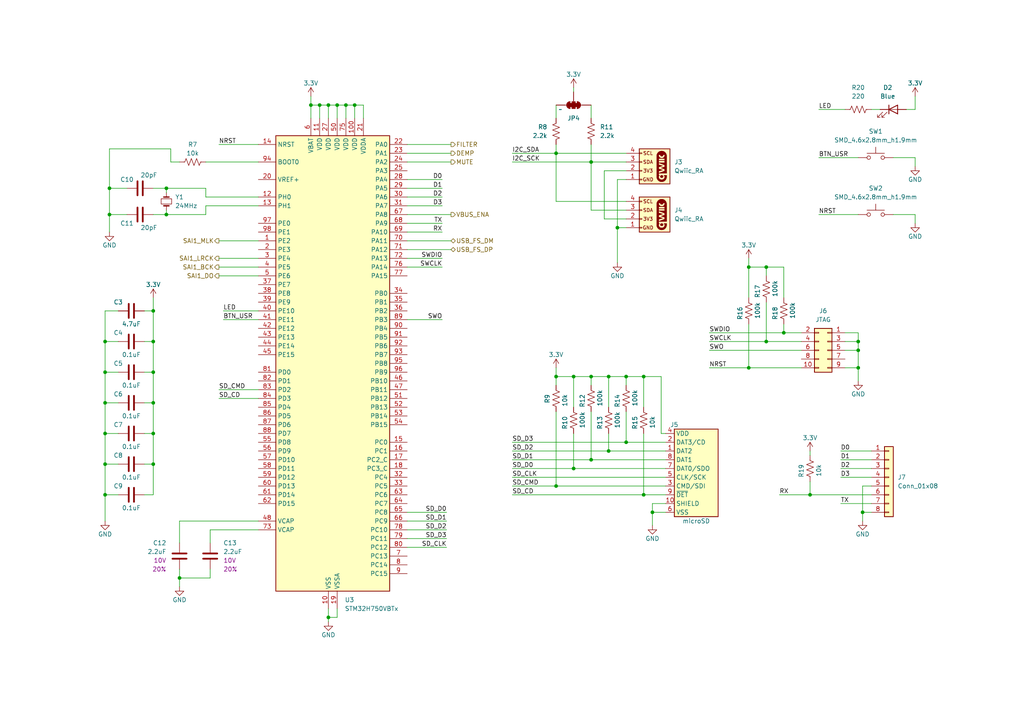
<source format=kicad_sch>
(kicad_sch (version 20230121) (generator eeschema)
  (paper "A4")
  (title_block (title "WAV Trigger Pro") (rev "1.0") (company "Robertsonics / SparkFun"))
  (lib_symbols
    (symbol "Connector_Generic:Conn_02x05_Odd_Even" (pin_names (offset 1.016) hide)
      (property "Reference" "J" (at 1.27 7.62 0))
      (property "Value" "Conn_02x05_Odd_Even" (at 1.27 -7.62 0))
      (symbol "Conn_02x05_Odd_Even_1_1"
        (pin passive line (at -5.08 5.08 0) (length 3.81) (name "Pin_1") (number "1"))
        (pin passive line (at 7.62 -5.08 180) (length 3.81) (name "Pin_10") (number "10"))
        (pin passive line (at 7.62 5.08 180) (length 3.81) (name "Pin_2") (number "2"))
        (pin passive line (at -5.08 2.54 0) (length 3.81) (name "Pin_3") (number "3"))
        (pin passive line (at 7.62 2.54 180) (length 3.81) (name "Pin_4") (number "4"))
        (pin passive line (at -5.08 0 0) (length 3.81) (name "Pin_5") (number "5"))
        (pin passive line (at 7.62 0 180) (length 3.81) (name "Pin_6") (number "6"))
        (pin passive line (at -5.08 -2.54 0) (length 3.81) (name "Pin_7") (number "7"))
        (pin passive line (at 7.62 -2.54 180) (length 3.81) (name "Pin_8") (number "8"))
        (pin passive line (at -5.08 -5.08 0) (length 3.81) (name "Pin_9") (number "9"))
      )
    )
    (symbol "Device:C" (pin_numbers hide) (pin_names (offset 0.254))
      (property "Reference" "C" (at 0.635 2.54 0))
      (property "Value" "C" (at 0.635 -2.54 0))
      (symbol "C_1_1"
        (pin passive line (at 0 3.81 270) (length 2.794) (name "~") (number "1"))
        (pin passive line (at 0 -3.81 90) (length 2.794) (name "~") (number "2"))
      )
    )
    (symbol "MCU_ST_STM32H7:STM32H750VBTx"
      (property "Reference" "U" (at -15.24 67.31 0))
      (property "Value" "STM32H750VBTx" (at 12.7 67.31 0))
      (symbol "STM32H750VBTx_1_1"
        (pin bidirectional line (at -20.32 35.56 0) (length 5.08) (name "PE2") (number "1"))
        (pin power_in line (at 0 -71.12 90) (length 5.08) (name "VSS") (number "10"))
        (pin power_in line (at 7.62 71.12 270) (length 5.08) (name "VDD") (number "100"))
        (pin power_in line (at -2.54 71.12 270) (length 5.08) (name "VDD") (number "11"))
        (pin bidirectional line (at -20.32 48.26 0) (length 5.08) (name "PH0") (number "12"))
        (pin bidirectional line (at -20.32 45.72 0) (length 5.08) (name "PH1") (number "13"))
        (pin input line (at -20.32 63.5 0) (length 5.08) (name "NRST") (number "14"))
        (pin bidirectional line (at 22.86 -22.86 180) (length 5.08) (name "PC0") (number "15"))
        (pin bidirectional line (at 22.86 -25.4 180) (length 5.08) (name "PC1") (number "16"))
        (pin bidirectional line (at 22.86 -27.94 180) (length 5.08) (name "PC2_C") (number "17"))
        (pin bidirectional line (at 22.86 -30.48 180) (length 5.08) (name "PC3_C") (number "18"))
        (pin power_in line (at 2.54 -71.12 90) (length 5.08) (name "VSSA") (number "19"))
        (pin bidirectional line (at -20.32 33.02 0) (length 5.08) (name "PE3") (number "2"))
        (pin input line (at -20.32 53.34 0) (length 5.08) (name "VREF+") (number "20"))
        (pin power_in line (at 10.16 71.12 270) (length 5.08) (name "VDDA") (number "21"))
        (pin bidirectional line (at 22.86 63.5 180) (length 5.08) (name "PA0") (number "22"))
        (pin bidirectional line (at 22.86 60.96 180) (length 5.08) (name "PA1") (number "23"))
        (pin bidirectional line (at 22.86 58.42 180) (length 5.08) (name "PA2") (number "24"))
        (pin bidirectional line (at 22.86 55.88 180) (length 5.08) (name "PA3") (number "25"))
        (pin passive line (at 0 -71.12 90) (length 5.08) hide (name "VSS") (number "26"))
        (pin power_in line (at 0 71.12 270) (length 5.08) (name "VDD") (number "27"))
        (pin bidirectional line (at 22.86 53.34 180) (length 5.08) (name "PA4") (number "28"))
        (pin bidirectional line (at 22.86 50.8 180) (length 5.08) (name "PA5") (number "29"))
        (pin bidirectional line (at -20.32 30.48 0) (length 5.08) (name "PE4") (number "3"))
        (pin bidirectional line (at 22.86 48.26 180) (length 5.08) (name "PA6") (number "30"))
        (pin bidirectional line (at 22.86 45.72 180) (length 5.08) (name "PA7") (number "31"))
        (pin bidirectional line (at 22.86 -33.02 180) (length 5.08) (name "PC4") (number "32"))
        (pin bidirectional line (at 22.86 -35.56 180) (length 5.08) (name "PC5") (number "33"))
        (pin bidirectional line (at 22.86 20.32 180) (length 5.08) (name "PB0") (number "34"))
        (pin bidirectional line (at 22.86 17.78 180) (length 5.08) (name "PB1") (number "35"))
        (pin bidirectional line (at 22.86 15.24 180) (length 5.08) (name "PB2") (number "36"))
        (pin bidirectional line (at -20.32 22.86 0) (length 5.08) (name "PE7") (number "37"))
        (pin bidirectional line (at -20.32 20.32 0) (length 5.08) (name "PE8") (number "38"))
        (pin bidirectional line (at -20.32 17.78 0) (length 5.08) (name "PE9") (number "39"))
        (pin bidirectional line (at -20.32 27.94 0) (length 5.08) (name "PE5") (number "4"))
        (pin bidirectional line (at -20.32 15.24 0) (length 5.08) (name "PE10") (number "40"))
        (pin bidirectional line (at -20.32 12.7 0) (length 5.08) (name "PE11") (number "41"))
        (pin bidirectional line (at -20.32 10.16 0) (length 5.08) (name "PE12") (number "42"))
        (pin bidirectional line (at -20.32 7.62 0) (length 5.08) (name "PE13") (number "43"))
        (pin bidirectional line (at -20.32 5.08 0) (length 5.08) (name "PE14") (number "44"))
        (pin bidirectional line (at -20.32 2.54 0) (length 5.08) (name "PE15") (number "45"))
        (pin bidirectional line (at 22.86 -5.08 180) (length 5.08) (name "PB10") (number "46"))
        (pin bidirectional line (at 22.86 -7.62 180) (length 5.08) (name "PB11") (number "47"))
        (pin power_out line (at -20.32 -45.72 0) (length 5.08) (name "VCAP") (number "48"))
        (pin passive line (at 0 -71.12 90) (length 5.08) hide (name "VSS") (number "49"))
        (pin bidirectional line (at -20.32 25.4 0) (length 5.08) (name "PE6") (number "5"))
        (pin power_in line (at 2.54 71.12 270) (length 5.08) (name "VDD") (number "50"))
        (pin bidirectional line (at 22.86 -10.16 180) (length 5.08) (name "PB12") (number "51"))
        (pin bidirectional line (at 22.86 -12.7 180) (length 5.08) (name "PB13") (number "52"))
        (pin bidirectional line (at 22.86 -15.24 180) (length 5.08) (name "PB14") (number "53"))
        (pin bidirectional line (at 22.86 -17.78 180) (length 5.08) (name "PB15") (number "54"))
        (pin bidirectional line (at -20.32 -22.86 0) (length 5.08) (name "PD8") (number "55"))
        (pin bidirectional line (at -20.32 -25.4 0) (length 5.08) (name "PD9") (number "56"))
        (pin bidirectional line (at -20.32 -27.94 0) (length 5.08) (name "PD10") (number "57"))
        (pin bidirectional line (at -20.32 -30.48 0) (length 5.08) (name "PD11") (number "58"))
        (pin bidirectional line (at -20.32 -33.02 0) (length 5.08) (name "PD12") (number "59"))
        (pin power_in line (at -5.08 71.12 270) (length 5.08) (name "VBAT") (number "6"))
        (pin bidirectional line (at -20.32 -35.56 0) (length 5.08) (name "PD13") (number "60"))
        (pin bidirectional line (at -20.32 -38.1 0) (length 5.08) (name "PD14") (number "61"))
        (pin bidirectional line (at -20.32 -40.64 0) (length 5.08) (name "PD15") (number "62"))
        (pin bidirectional line (at 22.86 -38.1 180) (length 5.08) (name "PC6") (number "63"))
        (pin bidirectional line (at 22.86 -40.64 180) (length 5.08) (name "PC7") (number "64"))
        (pin bidirectional line (at 22.86 -43.18 180) (length 5.08) (name "PC8") (number "65"))
        (pin bidirectional line (at 22.86 -45.72 180) (length 5.08) (name "PC9") (number "66"))
        (pin bidirectional line (at 22.86 43.18 180) (length 5.08) (name "PA8") (number "67"))
        (pin bidirectional line (at 22.86 40.64 180) (length 5.08) (name "PA9") (number "68"))
        (pin bidirectional line (at 22.86 38.1 180) (length 5.08) (name "PA10") (number "69"))
        (pin bidirectional line (at 22.86 -55.88 180) (length 5.08) (name "PC13") (number "7"))
        (pin bidirectional line (at 22.86 35.56 180) (length 5.08) (name "PA11") (number "70"))
        (pin bidirectional line (at 22.86 33.02 180) (length 5.08) (name "PA12") (number "71"))
        (pin bidirectional line (at 22.86 30.48 180) (length 5.08) (name "PA13") (number "72"))
        (pin power_out line (at -20.32 -48.26 0) (length 5.08) (name "VCAP") (number "73"))
        (pin passive line (at 0 -71.12 90) (length 5.08) hide (name "VSS") (number "74"))
        (pin power_in line (at 5.08 71.12 270) (length 5.08) (name "VDD") (number "75"))
        (pin bidirectional line (at 22.86 27.94 180) (length 5.08) (name "PA14") (number "76"))
        (pin bidirectional line (at 22.86 25.4 180) (length 5.08) (name "PA15") (number "77"))
        (pin bidirectional line (at 22.86 -48.26 180) (length 5.08) (name "PC10") (number "78"))
        (pin bidirectional line (at 22.86 -50.8 180) (length 5.08) (name "PC11") (number "79"))
        (pin bidirectional line (at 22.86 -58.42 180) (length 5.08) (name "PC14") (number "8"))
        (pin bidirectional line (at 22.86 -53.34 180) (length 5.08) (name "PC12") (number "80"))
        (pin bidirectional line (at -20.32 -2.54 0) (length 5.08) (name "PD0") (number "81"))
        (pin bidirectional line (at -20.32 -5.08 0) (length 5.08) (name "PD1") (number "82"))
        (pin bidirectional line (at -20.32 -7.62 0) (length 5.08) (name "PD2") (number "83"))
        (pin bidirectional line (at -20.32 -10.16 0) (length 5.08) (name "PD3") (number "84"))
        (pin bidirectional line (at -20.32 -12.7 0) (length 5.08) (name "PD4") (number "85"))
        (pin bidirectional line (at -20.32 -15.24 0) (length 5.08) (name "PD5") (number "86"))
        (pin bidirectional line (at -20.32 -17.78 0) (length 5.08) (name "PD6") (number "87"))
        (pin bidirectional line (at -20.32 -20.32 0) (length 5.08) (name "PD7") (number "88"))
        (pin bidirectional line (at 22.86 12.7 180) (length 5.08) (name "PB3") (number "89"))
        (pin bidirectional line (at 22.86 -60.96 180) (length 5.08) (name "PC15") (number "9"))
        (pin bidirectional line (at 22.86 10.16 180) (length 5.08) (name "PB4") (number "90"))
        (pin bidirectional line (at 22.86 7.62 180) (length 5.08) (name "PB5") (number "91"))
        (pin bidirectional line (at 22.86 5.08 180) (length 5.08) (name "PB6") (number "92"))
        (pin bidirectional line (at 22.86 2.54 180) (length 5.08) (name "PB7") (number "93"))
        (pin input line (at -20.32 58.42 0) (length 5.08) (name "BOOT0") (number "94"))
        (pin bidirectional line (at 22.86 0 180) (length 5.08) (name "PB8") (number "95"))
        (pin bidirectional line (at 22.86 -2.54 180) (length 5.08) (name "PB9") (number "96"))
        (pin bidirectional line (at -20.32 40.64 0) (length 5.08) (name "PE0") (number "97"))
        (pin bidirectional line (at -20.32 38.1 0) (length 5.08) (name "PE1") (number "98"))
        (pin passive line (at 0 -71.12 90) (length 5.08) hide (name "VSS") (number "99"))
      )
    )
    (symbol "SparkFun-Capacitor:2.2uF_0603_10V_20%" (pin_numbers hide) (pin_names (offset 0.254))
      (property "Reference" "C" (at 0.635 2.54 0))
      (property "Value" "2.2uF" (at 0.635 -2.54 0))
      (property "Voltage" "10V" (at 0 -6.35 0))
      (property "Tolerance" "20%" (at 0 -8.89 0))
      (symbol "2.2uF_0603_10V_20%_1_1"
        (pin passive line (at 0 3.81 270) (length 2.794) (name "~") (number "1"))
        (pin passive line (at 0 -3.81 90) (length 2.794) (name "~") (number "2"))
      )
    )
    (symbol "SparkFun-Clock:Crystal_24MHz_2.0x1.6mm" (pin_numbers hide) (pin_names (offset 1.016) hide)
      (property "Reference" "Y" (at 0 2.54 0))
      (property "Value" "24MHz" (at 0 -2.54 0))
      (symbol "Crystal_24MHz_2.0x1.6mm_1_1"
        (pin passive line (at -2.54 0 0) (length 1.27) (name "1") (number "1"))
        (pin passive line (at 2.54 0 180) (length 1.27) (name "2") (number "2"))
      )
    )
    (symbol "SparkFun-Connector:Conn_01x08" (pin_names (offset 1.016) hide)
      (property "Reference" "J" (at 0 10.16 0))
      (property "Value" "Conn_01x08" (at 0 -12.7 0))
      (symbol "Conn_01x08_1_1"
        (pin passive line (at -5.08 7.62 0) (length 3.81) (name "Pin_1") (number "1"))
        (pin passive line (at -5.08 5.08 0) (length 3.81) (name "Pin_2") (number "2"))
        (pin passive line (at -5.08 2.54 0) (length 3.81) (name "Pin_3") (number "3"))
        (pin passive line (at -5.08 0 0) (length 3.81) (name "Pin_4") (number "4"))
        (pin passive line (at -5.08 -2.54 0) (length 3.81) (name "Pin_5") (number "5"))
        (pin passive line (at -5.08 -5.08 0) (length 3.81) (name "Pin_6") (number "6"))
        (pin passive line (at -5.08 -7.62 0) (length 3.81) (name "Pin_7") (number "7"))
        (pin passive line (at -5.08 -10.16 0) (length 3.81) (name "Pin_8") (number "8"))
      )
    )
    (symbol "SparkFun-Connector:Qwiic_Right_Angle" (pin_names (offset 1.016) hide)
      (property "Reference" "J" (at 0 5.08 0))
      (property "Value" "Qwiic_RA" (at 0 -7.62 0))
      (symbol "Qwiic_Right_Angle_1_1"
        (text "3V3" (at 1.27 -2.54 0) (effects (font (size 1 1))))
        (text "GND" (at 1.27 -5.08 0) (effects (font (size 1 1))))
        (text "SCL" (at 1.27 2.54 0) (effects (font (size 1 1))))
        (text "SDA" (at 1.27 0 0) (effects (font (size 1 1))))
        (pin passive line (at -5.08 -5.08 0) (length 3.81) (name "Pin_1") (number "1"))
        (pin passive line (at -5.08 -2.54 0) (length 3.81) (name "Pin_2") (number "2"))
        (pin passive line (at -5.08 0 0) (length 3.81) (name "Pin_3") (number "3"))
        (pin passive line (at -5.08 2.54 0) (length 3.81) (name "Pin_4") (number "4"))
        (pin no_connect line (at 2.54 3.81 270) (length 2.54) hide (name "NC") (number "NC1"))
        (pin no_connect line (at 2.54 3.81 270) (length 2.54) hide (name "NC") (number "NC2"))
      )
    )
    (symbol "SparkFun-Connector:microSD_PushPush"
      (property "Reference" "J" (at -6.35 15.24 0))
      (property "Value" "microSD" (at 0 -12.7 0))
      (symbol "microSD_PushPush_1_1"
        (pin bidirectional line (at -8.89 7.62 0) (length 2.54) (name "DAT2") (number "1"))
        (pin passive line (at -8.89 -7.62 0) (length 2.54) (name "SHIELD") (number "10"))
        (pin bidirectional line (at -8.89 10.16 0) (length 2.54) (name "DAT3/CD") (number "2"))
        (pin input line (at -8.89 -2.54 0) (length 2.54) (name "CMD/SDI") (number "3"))
        (pin power_in line (at -8.89 12.7 0) (length 2.54) (name "VDD") (number "4"))
        (pin input line (at -8.89 0 0) (length 2.54) (name "CLK/SCK") (number "5"))
        (pin power_in line (at -8.89 -10.16 0) (length 2.54) (name "VSS") (number "6"))
        (pin bidirectional line (at -8.89 2.54 0) (length 2.54) (name "DAT0/SDO") (number "7"))
        (pin bidirectional line (at -8.89 5.08 0) (length 2.54) (name "DAT1") (number "8"))
        (pin passive line (at -8.89 -5.08 0) (length 2.54) (name "~{DET}") (number "9"))
      )
    )
    (symbol "SparkFun-Jumper:SolderJumper_3_Bridged123" (pin_numbers hide) (pin_names (offset 0) hide)
      (property "Reference" "JP" (at 0 2.54 0))
      (property "Value" "~" (at 3.81 1.27 0))
      (symbol "SolderJumper_3_Bridged123_1_1"
        (pin passive line (at -5.08 0 0) (length 2.54) (name "A") (number "1"))
        (pin passive line (at 0 -3.81 90) (length 2.54) (name "C") (number "2"))
        (pin passive line (at 5.08 0 180) (length 2.54) (name "B") (number "3"))
      )
    )
    (symbol "SparkFun-LED:LED_Blue_0603" (pin_numbers hide) (pin_names (offset 1.016) hide)
      (property "Reference" "D" (at 0 2.54 0))
      (property "Value" "Blue" (at 0 -2.54 0))
      (symbol "LED_Blue_0603_1_1"
        (pin passive line (at -3.81 0 0) (length 2.54) (name "K") (number "1"))
        (pin passive line (at 3.81 0 180) (length 2.54) (name "A") (number "2"))
      )
    )
    (symbol "SparkFun-PowerSymbol:3.3V" (power) (pin_names (offset 0))
      (property "Value" "3.3V" (at 0 3.81 0))
      (symbol "3.3V_1_1"
        (pin power_in line (at 0 0 90) (length 0) hide (name "3.3V") (number "1"))
      )
    )
    (symbol "SparkFun-PowerSymbol:GND" (power) (pin_names (offset 0))
      (property "Value" "GND" (at 0 -3.81 0))
      (symbol "GND_1_1"
        (pin power_in line (at 0 0 270) (length 0) hide (name "GND") (number "1"))
      )
    )
    (symbol "SparkFun-Resistor:100k_0603" (pin_numbers hide) (pin_names (offset 0))
      (property "Reference" "R" (at 0 -2.54 0))
      (property "Value" "100k" (at 0 2.54 0))
      (symbol "100k_0603_1_1"
        (pin passive line (at 3.81 0 180) (length 1.27) (name "~") (number "1"))
        (pin passive line (at -3.81 0 0) (length 1.27) (name "~") (number "2"))
      )
    )
    (symbol "SparkFun-Resistor:10k_0603" (pin_numbers hide) (pin_names (offset 0))
      (property "Reference" "R" (at 0 -2.54 0))
      (property "Value" "10k" (at 0 2.54 0))
      (symbol "10k_0603_1_1"
        (pin passive line (at 3.81 0 180) (length 1.27) (name "~") (number "1"))
        (pin passive line (at -3.81 0 0) (length 1.27) (name "~") (number "2"))
      )
    )
    (symbol "SparkFun-Resistor:2.2k_0603" (pin_numbers hide) (pin_names (offset 0))
      (property "Reference" "R" (at 0 -2.54 0))
      (property "Value" "2.2k" (at 0 2.54 0))
      (symbol "2.2k_0603_1_1"
        (pin passive line (at 3.81 0 180) (length 1.27) (name "~") (number "1"))
        (pin passive line (at -3.81 0 0) (length 1.27) (name "~") (number "2"))
      )
    )
    (symbol "SparkFun-Resistor:220_0603" (pin_numbers hide) (pin_names (offset 0))
      (property "Reference" "R" (at 0 -2.54 0))
      (property "Value" "220" (at 0 2.54 0))
      (symbol "220_0603_1_1"
        (pin passive line (at 3.81 0 180) (length 1.27) (name "~") (number "1"))
        (pin passive line (at -3.81 0 0) (length 1.27) (name "~") (number "2"))
      )
    )
    (symbol "SparkFun-Switch:SPST_Push_SMD_4.6x2.8mm_h1.9mm" (pin_numbers hide) (pin_names (offset 0) hide)
      (property "Reference" "SW" (at 0 5.08 0))
      (property "Value" "SMD_4.6x2.8mm_h1.9mm" (at 0 -2.54 0))
      (symbol "SPST_Push_SMD_4.6x2.8mm_h1.9mm_0_1"
        (pin passive line (at -5.08 0 0) (length 2.54) (name "1") (number "1"))
        (pin passive line (at 5.08 0 180) (length 2.54) (name "2") (number "2"))
      )
    )
  )
  (junction (at 248.92 106.68))
  (junction (at 95.25 30.48))
  (junction (at 30.48 99.06))
  (junction (at 166.37 109.22))
  (junction (at 102.87 30.48))
  (junction (at 176.53 109.22))
  (junction (at 181.61 128.27))
  (junction (at 176.53 130.81))
  (junction (at 171.45 133.35))
  (junction (at 95.25 179.07))
  (junction (at 250.19 148.59))
  (junction (at 48.26 54.61))
  (junction (at 100.33 30.48))
  (junction (at 30.48 107.95))
  (junction (at 171.45 46.99))
  (junction (at 217.17 77.47))
  (junction (at 92.71 30.48))
  (junction (at 161.29 109.22))
  (junction (at 48.26 62.23))
  (junction (at 222.25 99.06))
  (junction (at 227.33 96.52))
  (junction (at 44.45 107.95))
  (junction (at 217.17 106.68))
  (junction (at 161.29 44.45))
  (junction (at 161.29 140.97))
  (junction (at 30.48 125.73))
  (junction (at 31.75 62.23))
  (junction (at 179.07 66.04))
  (junction (at 30.48 143.51))
  (junction (at 248.92 99.06))
  (junction (at 166.37 135.89))
  (junction (at 44.45 90.17))
  (junction (at 44.45 116.84))
  (junction (at 234.95 143.51))
  (junction (at 189.23 148.59))
  (junction (at 44.45 125.73))
  (junction (at 181.61 109.22))
  (junction (at 44.45 99.06))
  (junction (at 97.79 30.48))
  (junction (at 44.45 134.62))
  (junction (at 30.48 134.62))
  (junction (at 248.92 101.6))
  (junction (at 30.48 116.84))
  (junction (at 90.17 30.48))
  (junction (at 186.69 109.22))
  (junction (at 52.07 167.64))
  (junction (at 222.25 77.47))
  (junction (at 186.69 143.51))
  (junction (at 31.75 54.61))
  (junction (at 171.45 109.22))
  (wire (pts (xy 265.43 27.94) (xy 265.43 31.75)))
  (wire (pts (xy 245.11 96.52) (xy 248.92 96.52)))
  (wire (pts (xy 161.29 41.91) (xy 161.29 44.45)))
  (wire (pts (xy 171.45 133.35) (xy 193.04 133.35)))
  (wire (pts (xy 63.5 77.47) (xy 74.93 77.47)))
  (wire (pts (xy 176.53 130.81) (xy 193.04 130.81)))
  (wire (pts (xy 181.61 49.53) (xy 175.26 49.53)))
  (wire (pts (xy 166.37 109.22) (xy 161.29 109.22)))
  (wire (pts (xy 217.17 77.47) (xy 217.17 86.36)))
  (wire (pts (xy 30.48 116.84) (xy 34.29 116.84)))
  (wire (pts (xy 64.77 90.17) (xy 74.93 90.17)))
  (wire (pts (xy 30.48 125.73) (xy 30.48 116.84)))
  (wire (pts (xy 97.79 30.48) (xy 97.79 34.29)))
  (wire (pts (xy 49.53 46.99) (xy 52.07 46.99)))
  (wire (pts (xy 118.11 44.45) (xy 130.81 44.45)))
  (wire (pts (xy 245.11 99.06) (xy 248.92 99.06)))
  (wire (pts (xy 52.07 167.64) (xy 52.07 170.18)))
  (wire (pts (xy 181.61 109.22) (xy 181.61 111.76)))
  (wire (pts (xy 118.11 59.69) (xy 128.27 59.69)))
  (wire (pts (xy 245.11 101.6) (xy 248.92 101.6)))
  (wire (pts (xy 171.45 109.22) (xy 166.37 109.22)))
  (wire (pts (xy 41.91 134.62) (xy 44.45 134.62)))
  (wire (pts (xy 118.11 92.71) (xy 128.27 92.71)))
  (wire (pts (xy 193.04 146.05) (xy 189.23 146.05)))
  (wire (pts (xy 59.69 57.15) (xy 74.93 57.15)))
  (wire (pts (xy 161.29 109.22) (xy 161.29 111.76)))
  (wire (pts (xy 30.48 143.51) (xy 34.29 143.51)))
  (wire (pts (xy 30.48 99.06) (xy 34.29 99.06)))
  (wire (pts (xy 205.74 101.6) (xy 232.41 101.6)))
  (wire (pts (xy 59.69 54.61) (xy 59.69 57.15)))
  (wire (pts (xy 148.59 133.35) (xy 171.45 133.35)))
  (wire (pts (xy 60.96 153.67) (xy 60.96 157.48)))
  (wire (pts (xy 181.61 60.96) (xy 171.45 60.96)))
  (wire (pts (xy 95.25 30.48) (xy 92.71 30.48)))
  (wire (pts (xy 118.11 52.07) (xy 128.27 52.07)))
  (wire (pts (xy 148.59 143.51) (xy 186.69 143.51)))
  (wire (pts (xy 74.93 153.67) (xy 60.96 153.67)))
  (wire (pts (xy 30.48 99.06) (xy 30.48 90.17)))
  (wire (pts (xy 102.87 30.48) (xy 100.33 30.48)))
  (wire (pts (xy 118.11 67.31) (xy 128.27 67.31)))
  (wire (pts (xy 234.95 139.7) (xy 234.95 143.51)))
  (wire (pts (xy 30.48 107.95) (xy 30.48 99.06)))
  (wire (pts (xy 90.17 30.48) (xy 90.17 34.29)))
  (wire (pts (xy 222.25 87.63) (xy 222.25 99.06)))
  (wire (pts (xy 63.5 80.01) (xy 74.93 80.01)))
  (wire (pts (xy 41.91 107.95) (xy 44.45 107.95)))
  (wire (pts (xy 90.17 27.94) (xy 90.17 30.48)))
  (wire (pts (xy 44.45 90.17) (xy 44.45 99.06)))
  (wire (pts (xy 48.26 55.88) (xy 48.26 54.61)))
  (wire (pts (xy 118.11 74.93) (xy 128.27 74.93)))
  (wire (pts (xy 259.08 62.23) (xy 265.43 62.23)))
  (wire (pts (xy 217.17 106.68) (xy 232.41 106.68)))
  (wire (pts (xy 166.37 125.73) (xy 166.37 135.89)))
  (wire (pts (xy 30.48 116.84) (xy 30.48 107.95)))
  (wire (pts (xy 248.92 99.06) (xy 248.92 101.6)))
  (wire (pts (xy 175.26 63.5) (xy 181.61 63.5)))
  (wire (pts (xy 166.37 25.4) (xy 166.37 26.67)))
  (wire (pts (xy 186.69 109.22) (xy 181.61 109.22)))
  (wire (pts (xy 74.93 59.69) (xy 59.69 59.69)))
  (wire (pts (xy 31.75 54.61) (xy 31.75 62.23)))
  (wire (pts (xy 63.5 41.91) (xy 74.93 41.91)))
  (wire (pts (xy 222.25 99.06) (xy 232.41 99.06)))
  (wire (pts (xy 31.75 62.23) (xy 31.75 67.31)))
  (wire (pts (xy 245.11 106.68) (xy 248.92 106.68)))
  (wire (pts (xy 161.29 58.42) (xy 161.29 44.45)))
  (wire (pts (xy 95.25 179.07) (xy 97.79 179.07)))
  (wire (pts (xy 161.29 30.48) (xy 161.29 34.29)))
  (wire (pts (xy 44.45 143.51) (xy 41.91 143.51)))
  (wire (pts (xy 217.17 93.98) (xy 217.17 106.68)))
  (wire (pts (xy 63.5 69.85) (xy 74.93 69.85)))
  (wire (pts (xy 161.29 119.38) (xy 161.29 140.97)))
  (wire (pts (xy 181.61 128.27) (xy 193.04 128.27)))
  (wire (pts (xy 259.08 45.72) (xy 265.43 45.72)))
  (wire (pts (xy 148.59 130.81) (xy 176.53 130.81)))
  (wire (pts (xy 148.59 140.97) (xy 161.29 140.97)))
  (wire (pts (xy 95.25 176.53) (xy 95.25 179.07)))
  (wire (pts (xy 118.11 69.85) (xy 130.81 69.85)))
  (wire (pts (xy 222.25 77.47) (xy 217.17 77.47)))
  (wire (pts (xy 59.69 59.69) (xy 59.69 62.23)))
  (wire (pts (xy 48.26 54.61) (xy 59.69 54.61)))
  (wire (pts (xy 181.61 119.38) (xy 181.61 128.27)))
  (wire (pts (xy 52.07 151.13) (xy 74.93 151.13)))
  (wire (pts (xy 30.48 134.62) (xy 30.48 125.73)))
  (wire (pts (xy 41.91 99.06) (xy 44.45 99.06)))
  (wire (pts (xy 64.77 92.71) (xy 74.93 92.71)))
  (wire (pts (xy 171.45 41.91) (xy 171.45 46.99)))
  (wire (pts (xy 161.29 44.45) (xy 181.61 44.45)))
  (wire (pts (xy 193.04 125.73) (xy 191.77 125.73)))
  (wire (pts (xy 48.26 62.23) (xy 48.26 60.96)))
  (wire (pts (xy 191.77 125.73) (xy 191.77 109.22)))
  (wire (pts (xy 186.69 143.51) (xy 193.04 143.51)))
  (wire (pts (xy 148.59 46.99) (xy 171.45 46.99)))
  (wire (pts (xy 102.87 30.48) (xy 102.87 34.29)))
  (wire (pts (xy 243.84 135.89) (xy 252.73 135.89)))
  (wire (pts (xy 234.95 130.81) (xy 234.95 132.08)))
  (wire (pts (xy 118.11 41.91) (xy 130.81 41.91)))
  (wire (pts (xy 265.43 31.75) (xy 262.89 31.75)))
  (wire (pts (xy 171.45 109.22) (xy 171.45 111.76)))
  (wire (pts (xy 52.07 165.1) (xy 52.07 167.64)))
  (wire (pts (xy 63.5 113.03) (xy 74.93 113.03)))
  (wire (pts (xy 44.45 107.95) (xy 44.45 116.84)))
  (wire (pts (xy 248.92 101.6) (xy 248.92 106.68)))
  (wire (pts (xy 205.74 96.52) (xy 227.33 96.52)))
  (wire (pts (xy 265.43 45.72) (xy 265.43 48.26)))
  (wire (pts (xy 92.71 30.48) (xy 92.71 34.29)))
  (wire (pts (xy 175.26 49.53) (xy 175.26 63.5)))
  (wire (pts (xy 189.23 146.05) (xy 189.23 148.59)))
  (wire (pts (xy 92.71 30.48) (xy 90.17 30.48)))
  (wire (pts (xy 205.74 99.06) (xy 222.25 99.06)))
  (wire (pts (xy 30.48 143.51) (xy 30.48 134.62)))
  (wire (pts (xy 44.45 99.06) (xy 44.45 107.95)))
  (wire (pts (xy 222.25 77.47) (xy 222.25 80.01)))
  (wire (pts (xy 252.73 140.97) (xy 250.19 140.97)))
  (wire (pts (xy 161.29 140.97) (xy 193.04 140.97)))
  (wire (pts (xy 30.48 107.95) (xy 34.29 107.95)))
  (wire (pts (xy 179.07 66.04) (xy 179.07 76.2)))
  (wire (pts (xy 60.96 165.1) (xy 60.96 167.64)))
  (wire (pts (xy 97.79 30.48) (xy 95.25 30.48)))
  (wire (pts (xy 176.53 109.22) (xy 171.45 109.22)))
  (wire (pts (xy 118.11 57.15) (xy 128.27 57.15)))
  (wire (pts (xy 118.11 54.61) (xy 128.27 54.61)))
  (wire (pts (xy 97.79 176.53) (xy 97.79 179.07)))
  (wire (pts (xy 250.19 148.59) (xy 250.19 151.13)))
  (wire (pts (xy 118.11 153.67) (xy 129.54 153.67)))
  (wire (pts (xy 118.11 77.47) (xy 128.27 77.47)))
  (wire (pts (xy 227.33 86.36) (xy 227.33 77.47)))
  (wire (pts (xy 186.69 125.73) (xy 186.69 143.51)))
  (wire (pts (xy 243.84 138.43) (xy 252.73 138.43)))
  (wire (pts (xy 148.59 135.89) (xy 166.37 135.89)))
  (wire (pts (xy 30.48 125.73) (xy 34.29 125.73)))
  (wire (pts (xy 243.84 130.81) (xy 252.73 130.81)))
  (wire (pts (xy 44.45 125.73) (xy 44.45 134.62)))
  (wire (pts (xy 105.41 34.29) (xy 105.41 30.48)))
  (wire (pts (xy 52.07 157.48) (xy 52.07 151.13)))
  (wire (pts (xy 100.33 30.48) (xy 100.33 34.29)))
  (wire (pts (xy 189.23 148.59) (xy 189.23 152.4)))
  (wire (pts (xy 227.33 77.47) (xy 222.25 77.47)))
  (wire (pts (xy 100.33 30.48) (xy 97.79 30.48)))
  (wire (pts (xy 252.73 148.59) (xy 250.19 148.59)))
  (wire (pts (xy 217.17 74.93) (xy 217.17 77.47)))
  (wire (pts (xy 179.07 52.07) (xy 179.07 66.04)))
  (wire (pts (xy 30.48 134.62) (xy 34.29 134.62)))
  (wire (pts (xy 30.48 90.17) (xy 34.29 90.17)))
  (wire (pts (xy 179.07 66.04) (xy 181.61 66.04)))
  (wire (pts (xy 237.49 45.72) (xy 248.92 45.72)))
  (wire (pts (xy 44.45 134.62) (xy 44.45 143.51)))
  (wire (pts (xy 95.25 179.07) (xy 95.25 180.34)))
  (wire (pts (xy 171.45 30.48) (xy 171.45 34.29)))
  (wire (pts (xy 48.26 62.23) (xy 59.69 62.23)))
  (wire (pts (xy 118.11 158.75) (xy 129.54 158.75)))
  (wire (pts (xy 227.33 93.98) (xy 227.33 96.52)))
  (wire (pts (xy 31.75 54.61) (xy 31.75 43.18)))
  (wire (pts (xy 250.19 140.97) (xy 250.19 148.59)))
  (wire (pts (xy 227.33 96.52) (xy 232.41 96.52)))
  (wire (pts (xy 252.73 31.75) (xy 255.27 31.75)))
  (wire (pts (xy 171.45 119.38) (xy 171.45 133.35)))
  (wire (pts (xy 31.75 43.18) (xy 49.53 43.18)))
  (wire (pts (xy 49.53 43.18) (xy 49.53 46.99)))
  (wire (pts (xy 44.45 86.36) (xy 44.45 90.17)))
  (wire (pts (xy 105.41 30.48) (xy 102.87 30.48)))
  (wire (pts (xy 41.91 90.17) (xy 44.45 90.17)))
  (wire (pts (xy 205.74 106.68) (xy 217.17 106.68)))
  (wire (pts (xy 189.23 148.59) (xy 193.04 148.59)))
  (wire (pts (xy 176.53 125.73) (xy 176.53 130.81)))
  (wire (pts (xy 248.92 96.52) (xy 248.92 99.06)))
  (wire (pts (xy 95.25 30.48) (xy 95.25 34.29)))
  (wire (pts (xy 44.45 116.84) (xy 44.45 125.73)))
  (wire (pts (xy 191.77 109.22) (xy 186.69 109.22)))
  (wire (pts (xy 226.06 143.51) (xy 234.95 143.51)))
  (wire (pts (xy 44.45 62.23) (xy 48.26 62.23)))
  (wire (pts (xy 176.53 109.22) (xy 176.53 118.11)))
  (wire (pts (xy 248.92 106.68) (xy 248.92 110.49)))
  (wire (pts (xy 265.43 62.23) (xy 265.43 64.77)))
  (wire (pts (xy 63.5 115.57) (xy 74.93 115.57)))
  (wire (pts (xy 171.45 46.99) (xy 181.61 46.99)))
  (wire (pts (xy 59.69 46.99) (xy 74.93 46.99)))
  (wire (pts (xy 237.49 62.23) (xy 248.92 62.23)))
  (wire (pts (xy 41.91 125.73) (xy 44.45 125.73)))
  (wire (pts (xy 148.59 138.43) (xy 193.04 138.43)))
  (wire (pts (xy 118.11 151.13) (xy 129.54 151.13)))
  (wire (pts (xy 166.37 135.89) (xy 193.04 135.89)))
  (wire (pts (xy 181.61 58.42) (xy 161.29 58.42)))
  (wire (pts (xy 36.83 54.61) (xy 31.75 54.61)))
  (wire (pts (xy 237.49 31.75) (xy 245.11 31.75)))
  (wire (pts (xy 30.48 151.13) (xy 30.48 143.51)))
  (wire (pts (xy 31.75 62.23) (xy 36.83 62.23)))
  (wire (pts (xy 118.11 72.39) (xy 130.81 72.39)))
  (wire (pts (xy 234.95 143.51) (xy 252.73 143.51)))
  (wire (pts (xy 181.61 52.07) (xy 179.07 52.07)))
  (wire (pts (xy 166.37 118.11) (xy 166.37 109.22)))
  (wire (pts (xy 186.69 118.11) (xy 186.69 109.22)))
  (wire (pts (xy 118.11 156.21) (xy 129.54 156.21)))
  (wire (pts (xy 243.84 146.05) (xy 252.73 146.05)))
  (wire (pts (xy 63.5 74.93) (xy 74.93 74.93)))
  (wire (pts (xy 148.59 44.45) (xy 161.29 44.45)))
  (wire (pts (xy 243.84 133.35) (xy 252.73 133.35)))
  (wire (pts (xy 118.11 46.99) (xy 130.81 46.99)))
  (wire (pts (xy 118.11 64.77) (xy 128.27 64.77)))
  (wire (pts (xy 148.59 128.27) (xy 181.61 128.27)))
  (wire (pts (xy 161.29 106.68) (xy 161.29 109.22)))
  (wire (pts (xy 118.11 62.23) (xy 130.81 62.23)))
  (wire (pts (xy 41.91 116.84) (xy 44.45 116.84)))
  (wire (pts (xy 44.45 54.61) (xy 48.26 54.61)))
  (wire (pts (xy 181.61 109.22) (xy 176.53 109.22)))
  (wire (pts (xy 60.96 167.64) (xy 52.07 167.64)))
  (wire (pts (xy 118.11 148.59) (xy 129.54 148.59)))
  (wire (pts (xy 171.45 60.96) (xy 171.45 46.99)))
  (label "SD_D3" (at 129.54 156.21 180))
  (label "SWCLK" (at 128.27 77.47 180))
  (label "D1" (at 243.84 133.35 0))
  (label "BTN_USR" (at 64.77 92.71 0))
  (label "SWCLK" (at 205.74 99.06 0))
  (label "SD_CLK" (at 129.54 158.75 180))
  (label "SD_CD" (at 148.59 143.51 0))
  (label "D3" (at 128.27 59.69 180))
  (label "SD_CLK" (at 148.59 138.43 0))
  (label "RX" (at 128.27 67.31 180))
  (label "SD_D3" (at 148.59 128.27 0))
  (label "NRST" (at 237.49 62.23 0))
  (label "I2C_SDA" (at 148.59 44.45 0))
  (label "D3" (at 243.84 138.43 0))
  (label "SD_D1" (at 148.59 133.35 0))
  (label "SD_CD" (at 63.5 115.57 0))
  (label "RX" (at 226.06 143.51 0))
  (label "SWO" (at 128.27 92.71 180))
  (label "TX" (at 128.27 64.77 180))
  (label "I2C_SCK" (at 148.59 46.99 0))
  (label "D1" (at 128.27 54.61 180))
  (label "SD_CMD" (at 63.5 113.03 0))
  (label "NRST" (at 205.74 106.68 0))
  (label "SD_D0" (at 129.54 148.59 180))
  (label "SWDIO" (at 128.27 74.93 180))
  (label "TX" (at 243.84 146.05 0))
  (label "BTN_USR" (at 237.49 45.72 0))
  (label "NRST" (at 63.5 41.91 0))
  (label "D0" (at 128.27 52.07 180))
  (label "SWO" (at 205.74 101.6 0))
  (label "SD_D0" (at 148.59 135.89 0))
  (label "SD_D2" (at 148.59 130.81 0))
  (label "SD_D2" (at 129.54 153.67 180))
  (label "LED" (at 237.49 31.75 0))
  (label "SD_D1" (at 129.54 151.13 180))
  (label "D0" (at 243.84 130.81 0))
  (label "LED" (at 64.77 90.17 0))
  (label "SWDIO" (at 205.74 96.52 0))
  (label "D2" (at 128.27 57.15 180))
  (label "SD_CMD" (at 148.59 140.97 0))
  (label "D2" (at 243.84 135.89 0))
  (hierarchical_label "SAI1_LRCK" (shape output) (at 63.5 74.93 180))
  (hierarchical_label "USB_FS_DP" (shape bidirectional) (at 130.81 72.39 0))
  (hierarchical_label "FILTER" (shape output) (at 130.81 41.91 0))
  (hierarchical_label "USB_FS_DM" (shape bidirectional) (at 130.81 69.85 0))
  (hierarchical_label "DEMP" (shape output) (at 130.81 44.45 0))
  (hierarchical_label "SAI1_BCK" (shape output) (at 63.5 77.47 180))
  (hierarchical_label "SAI1_MLK" (shape output) (at 63.5 69.85 180))
  (hierarchical_label "VBUS_ENA" (shape output) (at 130.81 62.23 0))
  (hierarchical_label "SAI1_DO" (shape output) (at 63.5 80.01 180))
  (hierarchical_label "MUTE" (shape output) (at 130.81 46.99 0))
  (symbol (lib_id "SparkFun-Resistor:220_0603") (at 248.92 31.75 0) (unit 1)
    (property "Reference" "R20" (at 248.92 25.4 0))
    (property "Value" "220" (at 248.92 27.94 0))
    (property "Footprint" "SparkFun-Resistor:R_0603_1608Metric" (effects hide))
    (property "Datasheet" "https://www.vishay.com/docs/20035/dcrcwe3.pdf" (effects hide))
    (property "PROD_ID" "RES-07861" (effects hide))
  )
  (symbol (lib_id "SparkFun-LED:LED_Blue_0603") (at 259.08 31.75 0) (unit 1)
    (property "Reference" "D2" (at 257.4925 25.4 0))
    (property "Value" "Blue" (at 257.4925 27.94 0))
    (property "Footprint" "SparkFun-LED:LED_0603_1608Metric" (effects hide))
    (property "Datasheet" "https://media.digikey.com/pdf/Data%20Sheets/Rohm%20PDFs/SMLE12_Series_Rev2.0_2007.pdf" (effects hide))
    (property "PROD_ID" "DIO-08575" (effects hide))
  )
  (symbol (lib_id "SparkFun-Switch:SPST_Push_SMD_4.6x2.8mm_h1.9mm") (at 254 45.72 0) (unit 1)
    (property "Reference" "SW1" (at 254 38.1 0))
    (property "Value" "SMD_4.6x2.8mm_h1.9mm" (at 254 40.64 0))
    (property "Footprint" "SparkFun-Switch:Push_SMD_4.6x2.8mm" (effects hide))
    (property "Datasheet" "https://www.ckswitches.com/media/1479/kmr2.pdf" (effects hide))
    (property "PROD_ID" "SWCH-13065" (effects hide))
  )
  (symbol (lib_id "SparkFun-Connector:Qwiic_Right_Angle") (at 186.69 60.96 0) (unit 1)
    (property "Reference" "J4" (at 195.58 60.96 0) (effects (justify left)))
    (property "Value" "Qwiic_RA" (at 195.58 63.5 0) (effects (justify left)))
    (property "Footprint" "SparkFun-Connector:JST_SMD_1.0mm-4_RA" (effects hide))
    (property "Datasheet" "https://www.jst-mfg.com/product/pdf/eng/eSH.pdf" (effects hide))
    (property "PROD_ID" "CONN-13694" (effects hide))
  )
  (symbol (lib_id "SparkFun-Connector:Conn_01x08") (at 257.81 138.43 0) (unit 1)
    (property "Reference" "J7" (at 260.35 138.43 0) (effects (justify left)))
    (property "Value" "Conn_01x08" (at 260.35 140.97 0) (effects (justify left)))
    (property "Footprint" "SparkFun-Connector:1x08" (effects hide))
  )
  (symbol (lib_id "SparkFun-PowerSymbol:GND") (at 265.43 64.77 0) (unit 1)
    (property "Reference" "#PWR025" (effects hide))
    (property "Value" "GND" (at 265.43 68.58 0))
  )
  (symbol (lib_id "SparkFun-Resistor:10k_0603") (at 55.88 46.99 0) (unit 1)
    (property "Reference" "R7" (at 55.88 41.91 0))
    (property "Value" "10k" (at 55.88 44.45 0))
    (property "Footprint" "SparkFun-Resistor:R_0603_1608Metric" (effects hide))
    (property "Datasheet" "https://www.vishay.com/docs/20035/dcrcwe3.pdf" (effects hide))
    (property "PROD_ID" "RES-00824" (effects hide))
  )
  (symbol (lib_id "SparkFun-Capacitor:2.2uF_0603_10V_20%") (at 52.07 161.29 0) (mirror y) (unit 1)
    (property "Reference" "C12" (at 48.26 157.48 0) (effects (justify left)))
    (property "Value" "2.2uF" (at 48.26 160.02 0) (effects (justify left)))
    (property "Footprint" "SparkFun-Capacitor:C_0603_1608Metric" (effects hide))
    (property "Datasheet" "https://cdn.sparkfun.com/assets/8/a/4/a/5/Kemet_Capacitor_Datasheet.pdf" (effects hide))
    (property "PROD_ID" "CAP-07888" (effects hide))
    (property "Voltage" "10V" (at 48.26 162.56 0) (effects (justify left)))
    (property "Tolerance" "20%" (at 48.26 165.1 0) (effects (justify left)))
  )
  (symbol (lib_id "SparkFun-Resistor:10k_0603") (at 161.29 115.57 90) (unit 1)
    (property "Reference" "R9" (at 158.75 114.3 0) (effects (justify right)))
    (property "Value" "10k" (at 163.83 114.3 0) (effects (justify right)))
    (property "Footprint" "SparkFun-Resistor:R_0603_1608Metric" (effects hide))
    (property "Datasheet" "https://www.vishay.com/docs/20035/dcrcwe3.pdf" (effects hide))
    (property "PROD_ID" "RES-00824" (effects hide))
  )
  (symbol (lib_id "SparkFun-PowerSymbol:GND") (at 250.19 151.13 0) (unit 1)
    (property "Reference" "#PWR022" (effects hide))
    (property "Value" "GND" (at 250.19 154.94 0))
  )
  (symbol (lib_id "SparkFun-Resistor:10k_0603") (at 186.69 121.92 90) (unit 1)
    (property "Reference" "R15" (at 184.15 120.65 0) (effects (justify right)))
    (property "Value" "10k" (at 189.23 120.65 0) (effects (justify right)))
    (property "Footprint" "SparkFun-Resistor:R_0603_1608Metric" (effects hide))
    (property "Datasheet" "https://www.vishay.com/docs/20035/dcrcwe3.pdf" (effects hide))
    (property "PROD_ID" "RES-00824" (effects hide))
  )
  (symbol (lib_id "SparkFun-PowerSymbol:GND") (at 179.07 76.2 0) (unit 1)
    (property "Reference" "#PWR017" (effects hide))
    (property "Value" "GND" (at 179.07 80.01 0))
  )
  (symbol (lib_id "SparkFun-PowerSymbol:3.3V") (at 44.45 86.36 0) (unit 1)
    (property "Reference" "#PWR011" (effects hide))
    (property "Value" "3.3V" (at 44.45 82.55 0))
  )
  (symbol (lib_id "SparkFun-Resistor:100k_0603") (at 222.25 83.82 90) (unit 1)
    (property "Reference" "R17" (at 219.71 82.55 0) (effects (justify right)))
    (property "Value" "100k" (at 224.79 81.28 0) (effects (justify right)))
    (property "Footprint" "SparkFun-Resistor:R_0603_1608Metric" (effects hide))
    (property "Datasheet" "https://www.vishay.com/docs/20035/dcrcwe3.pdf" (effects hide))
    (property "PROD_ID" "RES-07828" (effects hide))
  )
  (symbol (lib_id "SparkFun-PowerSymbol:GND") (at 95.25 180.34 0) (unit 1)
    (property "Reference" "#PWR014" (effects hide))
    (property "Value" "GND" (at 95.25 184.15 0))
  )
  (symbol (lib_id "SparkFun-Resistor:100k_0603") (at 217.17 90.17 90) (unit 1)
    (property "Reference" "R16" (at 214.63 88.9 0) (effects (justify right)))
    (property "Value" "100k" (at 219.71 87.63 0) (effects (justify right)))
    (property "Footprint" "SparkFun-Resistor:R_0603_1608Metric" (effects hide))
    (property "Datasheet" "https://www.vishay.com/docs/20035/dcrcwe3.pdf" (effects hide))
    (property "PROD_ID" "RES-07828" (effects hide))
  )
  (symbol (lib_id "Device:C") (at 38.1 107.95 270) (mirror x) (unit 1)
    (property "Reference" "C5" (at 34.29 105.41 90))
    (property "Value" "0.1uF" (at 38.1 111.76 90))
    (property "Footprint" "SparkFun-Capacitor:C_0603_1608Metric" (effects hide))
  )
  (symbol (lib_id "SparkFun-PowerSymbol:3.3V") (at 217.17 74.93 0) (unit 1)
    (property "Reference" "#PWR019" (effects hide))
    (property "Value" "3.3V" (at 217.17 71.12 0))
  )
  (symbol (lib_id "SparkFun-Resistor:2.2k_0603") (at 171.45 38.1 90) (unit 1)
    (property "Reference" "R11" (at 173.99 36.83 90) (effects (justify right)))
    (property "Value" "2.2k" (at 173.99 39.37 90) (effects (justify right)))
    (property "Footprint" "SparkFun-Resistor:R_0603_1608Metric" (effects hide))
    (property "Datasheet" "https://www.vishay.com/docs/20035/dcrcwe3.pdf" (effects hide))
    (property "PROD_ID" "RES-08272" (effects hide))
  )
  (symbol (lib_id "Device:C") (at 38.1 116.84 270) (mirror x) (unit 1)
    (property "Reference" "C6" (at 34.29 114.3 90))
    (property "Value" "0.1uF" (at 38.1 120.65 90))
    (property "Footprint" "SparkFun-Capacitor:C_0603_1608Metric" (effects hide))
  )
  (symbol (lib_id "SparkFun-Resistor:100k_0603") (at 181.61 115.57 90) (unit 1)
    (property "Reference" "R14" (at 179.07 114.3 0) (effects (justify right)))
    (property "Value" "100k" (at 184.15 113.03 0) (effects (justify right)))
    (property "Footprint" "SparkFun-Resistor:R_0603_1608Metric" (effects hide))
    (property "Datasheet" "https://www.vishay.com/docs/20035/dcrcwe3.pdf" (effects hide))
    (property "PROD_ID" "RES-07828" (effects hide))
  )
  (symbol (lib_id "SparkFun-PowerSymbol:GND") (at 189.23 152.4 0) (unit 1)
    (property "Reference" "#PWR018" (effects hide))
    (property "Value" "GND" (at 189.23 156.21 0))
  )
  (symbol (lib_id "SparkFun-PowerSymbol:GND") (at 52.07 170.18 0) (unit 1)
    (property "Reference" "#PWR012" (effects hide))
    (property "Value" "GND" (at 52.07 173.99 0))
  )
  (symbol (lib_id "Device:C") (at 38.1 134.62 270) (mirror x) (unit 1)
    (property "Reference" "C8" (at 34.29 132.08 90))
    (property "Value" "0.1uF" (at 38.1 138.43 90))
    (property "Footprint" "SparkFun-Capacitor:C_0603_1608Metric" (effects hide))
  )
  (symbol (lib_id "SparkFun-Connector:Qwiic_Right_Angle") (at 186.69 46.99 0) (unit 1)
    (property "Reference" "J3" (at 195.58 46.99 0) (effects (justify left)))
    (property "Value" "Qwiic_RA" (at 195.58 49.53 0) (effects (justify left)))
    (property "Footprint" "SparkFun-Connector:JST_SMD_1.0mm-4_RA" (effects hide))
    (property "Datasheet" "https://www.jst-mfg.com/product/pdf/eng/eSH.pdf" (effects hide))
    (property "PROD_ID" "CONN-13694" (effects hide))
  )
  (symbol (lib_id "SparkFun-PowerSymbol:3.3V") (at 161.29 106.68 0) (unit 1)
    (property "Reference" "#PWR015" (effects hide))
    (property "Value" "3.3V" (at 161.29 102.87 0))
  )
  (symbol (lib_id "Device:C") (at 40.64 62.23 90) (unit 1)
    (property "Reference" "C11" (at 36.83 64.77 90))
    (property "Value" "20pF" (at 43.18 66.04 90))
    (property "Footprint" "SparkFun-Capacitor:C_0603_1608Metric" (effects hide))
  )
  (symbol (lib_id "SparkFun-Resistor:100k_0603") (at 176.53 121.92 90) (unit 1)
    (property "Reference" "R13" (at 173.99 120.65 0) (effects (justify right)))
    (property "Value" "100k" (at 179.07 119.38 0) (effects (justify right)))
    (property "Footprint" "SparkFun-Resistor:R_0603_1608Metric" (effects hide))
    (property "Datasheet" "https://www.vishay.com/docs/20035/dcrcwe3.pdf" (effects hide))
    (property "PROD_ID" "RES-07828" (effects hide))
  )
  (symbol (lib_id "SparkFun-PowerSymbol:3.3V") (at 166.37 25.4 0) (unit 1)
    (property "Reference" "#PWR016" (effects hide))
    (property "Value" "3.3V" (at 166.37 21.59 0))
  )
  (symbol (lib_id "SparkFun-Resistor:10k_0603") (at 234.95 135.89 90) (unit 1)
    (property "Reference" "R19" (at 232.41 134.62 0) (effects (justify right)))
    (property "Value" "10k" (at 237.49 134.62 0) (effects (justify right)))
    (property "Footprint" "SparkFun-Resistor:R_0603_1608Metric" (effects hide))
    (property "Datasheet" "https://www.vishay.com/docs/20035/dcrcwe3.pdf" (effects hide))
    (property "PROD_ID" "RES-00824" (effects hide))
  )
  (symbol (lib_id "Device:C") (at 38.1 90.17 270) (mirror x) (unit 1)
    (property "Reference" "C3" (at 34.29 87.63 90))
    (property "Value" "4.7uF" (at 38.1 93.98 90))
    (property "Footprint" "SparkFun-Capacitor:C_0603_1608Metric" (effects hide))
  )
  (symbol (lib_id "SparkFun-PowerSymbol:GND") (at 30.48 151.13 0) (unit 1)
    (property "Reference" "#PWR09" (effects hide))
    (property "Value" "GND" (at 30.48 154.94 0))
  )
  (symbol (lib_id "Device:C") (at 38.1 143.51 270) (mirror x) (unit 1)
    (property "Reference" "C9" (at 34.29 140.97 90))
    (property "Value" "0.1uF" (at 38.1 147.32 90))
    (property "Footprint" "SparkFun-Capacitor:C_0603_1608Metric" (effects hide))
  )
  (symbol (lib_id "SparkFun-PowerSymbol:GND") (at 248.92 110.49 0) (unit 1)
    (property "Reference" "#PWR021" (effects hide))
    (property "Value" "GND" (at 248.92 114.3 0))
  )
  (symbol (lib_id "SparkFun-PowerSymbol:3.3V") (at 234.95 130.81 0) (unit 1)
    (property "Reference" "#PWR020" (effects hide))
    (property "Value" "3.3V" (at 234.95 127 0))
  )
  (symbol (lib_id "SparkFun-PowerSymbol:GND") (at 31.75 67.31 0) (unit 1)
    (property "Reference" "#PWR010" (effects hide))
    (property "Value" "GND" (at 31.75 71.12 0))
  )
  (symbol (lib_id "MCU_ST_STM32H7:STM32H750VBTx") (at 95.25 105.41 0) (unit 1)
    (property "Reference" "U3" (at 99.9841 173.99 0) (effects (justify left)))
    (property "Value" "STM32H750VBTx" (at 99.9841 176.53 0) (effects (justify left)))
    (property "Footprint" "Package_QFP:LQFP-100_14x14mm_P0.5mm" (effects hide))
    (property "Datasheet" "https://www.st.com/resource/en/datasheet/stm32h750vb.pdf" (effects hide))
  )
  (symbol (lib_id "SparkFun-Resistor:100k_0603") (at 166.37 121.92 90) (unit 1)
    (property "Reference" "R10" (at 163.83 120.65 0) (effects (justify right)))
    (property "Value" "100k" (at 168.91 119.38 0) (effects (justify right)))
    (property "Footprint" "SparkFun-Resistor:R_0603_1608Metric" (effects hide))
    (property "Datasheet" "https://www.vishay.com/docs/20035/dcrcwe3.pdf" (effects hide))
    (property "PROD_ID" "RES-07828" (effects hide))
  )
  (symbol (lib_id "SparkFun-PowerSymbol:3.3V") (at 265.43 27.94 0) (unit 1)
    (property "Reference" "#PWR023" (effects hide))
    (property "Value" "3.3V" (at 265.43 24.13 0))
  )
  (symbol (lib_id "SparkFun-Jumper:SolderJumper_3_Bridged123") (at 166.37 30.48 180) (unit 1)
    (property "Reference" "JP4" (at 166.37 34.29 0))
    (property "Value" "~" (at 162.56 31.75 0))
    (property "Footprint" "SparkFun-Jumper:Jumper_3_NC-2_Trace" (effects hide))
  )
  (symbol (lib_id "Device:C") (at 38.1 99.06 270) (mirror x) (unit 1)
    (property "Reference" "C4" (at 34.29 96.52 90))
    (property "Value" "0.1uF" (at 38.1 102.87 90))
    (property "Footprint" "SparkFun-Capacitor:C_0603_1608Metric" (effects hide))
  )
  (symbol (lib_id "SparkFun-Connector:microSD_PushPush") (at 201.93 138.43 0) (unit 1)
    (property "Reference" "J5" (at 195.58 123.19 0))
    (property "Value" "microSD" (at 201.93 151.13 0))
    (property "Footprint" "SparkFun-Connector:microSD_External_Pin" (effects hide))
    (property "Datasheet" "https://datasheet.lcsc.com/lcsc/2110151630_XKB-Connectivity-XKTF-015-N_C381082.pdf" (effects hide))
    (property "PROD_ID" "CONN-16110" (effects hide))
  )
  (symbol (lib_id "SparkFun-Resistor:100k_0603") (at 171.45 115.57 90) (unit 1)
    (property "Reference" "R12" (at 168.91 114.3 0) (effects (justify right)))
    (property "Value" "100k" (at 173.99 113.03 0) (effects (justify right)))
    (property "Footprint" "SparkFun-Resistor:R_0603_1608Metric" (effects hide))
    (property "Datasheet" "https://www.vishay.com/docs/20035/dcrcwe3.pdf" (effects hide))
    (property "PROD_ID" "RES-07828" (effects hide))
  )
  (symbol (lib_id "SparkFun-Resistor:2.2k_0603") (at 161.29 38.1 270) (mirror x) (unit 1)
    (property "Reference" "R8" (at 158.75 36.83 90) (effects (justify right)))
    (property "Value" "2.2k" (at 158.75 39.37 90) (effects (justify right)))
    (property "Footprint" "SparkFun-Resistor:R_0603_1608Metric" (effects hide))
    (property "Datasheet" "https://www.vishay.com/docs/20035/dcrcwe3.pdf" (effects hide))
    (property "PROD_ID" "RES-08272" (effects hide))
  )
  (symbol (lib_id "Connector_Generic:Conn_02x05_Odd_Even") (at 240.03 101.6 0) (mirror y) (unit 1)
    (property "Reference" "J6" (at 238.76 90.17 0))
    (property "Value" "JTAG" (at 238.76 92.71 0))
    (property "Footprint" "Connector_PinHeader_1.27mm:PinHeader_2x05_P1.27mm_Vertical" (effects hide))
  )
  (symbol (lib_id "SparkFun-Clock:Crystal_24MHz_2.0x1.6mm") (at 48.26 58.42 90) (unit 1)
    (property "Reference" "Y1" (at 50.8 57.15 90) (effects (justify right)))
    (property "Value" "24MHz" (at 50.8 59.69 90) (effects (justify right)))
    (property "Footprint" "SparkFun-Clock:Crystal_SMD_2.0x1.6mm" (effects hide))
    (property "Datasheet" "https://www.murata.com/products/productdata/8801075560478/SPEC-XRCGB24M000F2P00R0.pdf" (effects hide))
    (property "PROD_ID" "XTAL-14845" (effects hide))
  )
  (symbol (lib_id "SparkFun-PowerSymbol:3.3V") (at 90.17 27.94 0) (unit 1)
    (property "Reference" "#PWR013" (effects hide))
    (property "Value" "3.3V" (at 90.17 24.13 0))
  )
  (symbol (lib_id "SparkFun-Switch:SPST_Push_SMD_4.6x2.8mm_h1.9mm") (at 254 62.23 0) (unit 1)
    (property "Reference" "SW2" (at 254 54.61 0))
    (property "Value" "SMD_4.6x2.8mm_h1.9mm" (at 254 57.15 0))
    (property "Footprint" "SparkFun-Switch:Push_SMD_4.6x2.8mm" (effects hide))
    (property "Datasheet" "https://www.ckswitches.com/media/1479/kmr2.pdf" (effects hide))
    (property "PROD_ID" "SWCH-13065" (effects hide))
  )
  (symbol (lib_id "SparkFun-PowerSymbol:GND") (at 265.43 48.26 0) (unit 1)
    (property "Reference" "#PWR024" (effects hide))
    (property "Value" "GND" (at 265.43 52.07 0))
  )
  (symbol (lib_id "Device:C") (at 40.64 54.61 90) (unit 1)
    (property "Reference" "C10" (at 36.83 52.07 90))
    (property "Value" "20pF" (at 43.18 50.8 90))
    (property "Footprint" "SparkFun-Capacitor:C_0603_1608Metric" (effects hide))
  )
  (symbol (lib_id "Device:C") (at 38.1 125.73 270) (mirror x) (unit 1)
    (property "Reference" "C7" (at 34.29 123.19 90))
    (property "Value" "0.1uF" (at 38.1 129.54 90))
    (property "Footprint" "SparkFun-Capacitor:C_0603_1608Metric" (effects hide))
  )
  (symbol (lib_id "SparkFun-Capacitor:2.2uF_0603_10V_20%") (at 60.96 161.29 0) (unit 1)
    (property "Reference" "C13" (at 64.77 157.48 0) (effects (justify left)))
    (property "Value" "2.2uF" (at 64.77 160.02 0) (effects (justify left)))
    (property "Footprint" "SparkFun-Capacitor:C_0603_1608Metric" (effects hide))
    (property "Datasheet" "https://cdn.sparkfun.com/assets/8/a/4/a/5/Kemet_Capacitor_Datasheet.pdf" (effects hide))
    (property "PROD_ID" "CAP-07888" (effects hide))
    (property "Voltage" "10V" (at 64.77 162.56 0) (effects (justify left)))
    (property "Tolerance" "20%" (at 64.77 165.1 0) (effects (justify left)))
  )
  (symbol (lib_id "SparkFun-Resistor:100k_0603") (at 227.33 90.17 90) (unit 1)
    (property "Reference" "R18" (at 224.79 88.9 0) (effects (justify right)))
    (property "Value" "100k" (at 229.87 87.63 0) (effects (justify right)))
    (property "Footprint" "SparkFun-Resistor:R_0603_1608Metric" (effects hide))
    (property "Datasheet" "https://www.vishay.com/docs/20035/dcrcwe3.pdf" (effects hide))
    (property "PROD_ID" "RES-07828" (effects hide))
  )
)
</source>
